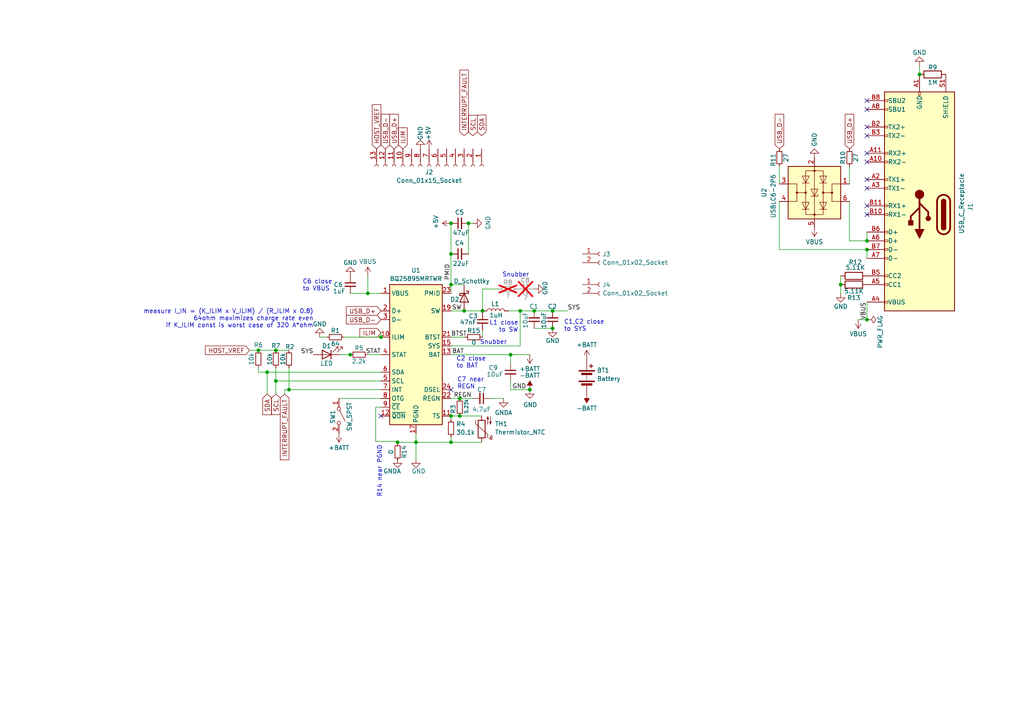
<source format=kicad_sch>
(kicad_sch (version 20230121) (generator eeschema)
  (paper "A4")
  (lib_symbols
    (symbol "Battery_Management:BQ25895RTW"
      (property "Reference" "U" (at -5.08 22.86 0))
      (property "Value" "BQ25895RTW" (at 5.08 22.86 0))
      (symbol "BQ25895RTW_0_1"
        (rectangle (start -7.62 20.32) (end 7.62 -20.32) (stroke (width 0.254)) (fill (type background)))
      )
      (symbol "BQ25895RTW_1_1"
        (pin power_in line (at -10.16 17.78 0) (length 2.54) (name "VBUS") (number "1"))
        (pin passive line (at -10.16 5.08 0) (length 2.54) (name "ILIM") (number "10"))
        (pin passive line (at 10.16 -17.78 180) (length 2.54) (name "TS") (number "11"))
        (pin input line (at -10.16 -17.78 0) (length 2.54) (name "~{QON}") (number "12"))
        (pin passive line (at 10.16 0 180) (length 2.54) (name "BAT") (number "13"))
        (pin passive line (at 10.16 0 180) (length 2.54) hide (name "BAT") (number "14"))
        (pin passive line (at 10.16 2.54 180) (length 2.54) (name "SYS") (number "15"))
        (pin passive line (at 10.16 2.54 180) (length 2.54) hide (name "SYS") (number "16"))
        (pin power_in line (at 0 -22.86 90) (length 2.54) (name "PGND") (number "17"))
        (pin passive line (at 0 -22.86 90) (length 2.54) hide (name "PGND") (number "18"))
        (pin power_out line (at 10.16 12.7 180) (length 2.54) (name "SW") (number "19"))
        (pin bidirectional line (at -10.16 12.7 0) (length 2.54) (name "D+") (number "2"))
        (pin passive line (at 10.16 12.7 180) (length 2.54) hide (name "SW") (number "20"))
        (pin passive line (at 10.16 5.08 180) (length 2.54) (name "BTST") (number "21"))
        (pin passive line (at 10.16 -12.7 180) (length 2.54) (name "REGN") (number "22"))
        (pin power_out line (at 10.16 17.78 180) (length 2.54) (name "PMID") (number "23"))
        (pin open_collector line (at 10.16 -10.16 180) (length 2.54) (name "DSEL") (number "24"))
        (pin passive line (at 0 -22.86 90) (length 2.54) hide (name "PGND") (number "25"))
        (pin bidirectional line (at -10.16 10.16 0) (length 2.54) (name "D-") (number "3"))
        (pin open_collector line (at -10.16 0 0) (length 2.54) (name "STAT") (number "4"))
        (pin input line (at -10.16 -7.62 0) (length 2.54) (name "SCL") (number "5"))
        (pin bidirectional line (at -10.16 -5.08 0) (length 2.54) (name "SDA") (number "6"))
        (pin open_collector line (at -10.16 -10.16 0) (length 2.54) (name "INT") (number "7"))
        (pin input line (at -10.16 -12.7 0) (length 2.54) (name "OTG") (number "8"))
        (pin input line (at -10.16 -15.24 0) (length 2.54) (name "~{CE}") (number "9"))
      )
    )
    (symbol "Connector:Conn_01x02_Socket" (pin_names (offset 1.016) hide)
      (property "Reference" "J" (at 0 2.54 0))
      (property "Value" "Conn_01x02_Socket" (at 0 -5.08 0))
      (symbol "Conn_01x02_Socket_1_1"
        (arc (start 0 -2.032) (mid -0.5058 -2.54) (end 0 -3.048) (stroke (width 0.1524)))
        (polyline (pts (xy -1.27 -2.54) (xy -0.508 -2.54)) (stroke (width 0.1524)))
        (polyline (pts (xy -1.27 0) (xy -0.508 0)) (stroke (width 0.1524)))
        (arc (start 0 0.508) (mid -0.5058 0) (end 0 -0.508) (stroke (width 0.1524)))
        (pin passive line (at -5.08 0 0) (length 3.81) (name "Pin_1") (number "1"))
        (pin passive line (at -5.08 -2.54 0) (length 3.81) (name "Pin_2") (number "2"))
      )
    )
    (symbol "Connector:Conn_01x13_Socket" (pin_names (offset 1.016) hide)
      (property "Reference" "J" (at 0 17.78 0))
      (property "Value" "Conn_01x13_Socket" (at 0 -17.78 0))
      (symbol "Conn_01x13_Socket_1_1"
        (arc (start 0 -14.732) (mid -0.5058 -15.24) (end 0 -15.748) (stroke (width 0.1524)))
        (arc (start 0 -12.192) (mid -0.5058 -12.7) (end 0 -13.208) (stroke (width 0.1524)))
        (arc (start 0 -9.652) (mid -0.5058 -10.16) (end 0 -10.668) (stroke (width 0.1524)))
        (arc (start 0 -7.112) (mid -0.5058 -7.62) (end 0 -8.128) (stroke (width 0.1524)))
        (arc (start 0 -4.572) (mid -0.5058 -5.08) (end 0 -5.588) (stroke (width 0.1524)))
        (arc (start 0 -2.032) (mid -0.5058 -2.54) (end 0 -3.048) (stroke (width 0.1524)))
        (polyline (pts (xy -1.27 -15.24) (xy -0.508 -15.24)) (stroke (width 0.1524)))
        (polyline (pts (xy -1.27 -12.7) (xy -0.508 -12.7)) (stroke (width 0.1524)))
        (polyline (pts (xy -1.27 -10.16) (xy -0.508 -10.16)) (stroke (width 0.1524)))
        (polyline (pts (xy -1.27 -7.62) (xy -0.508 -7.62)) (stroke (width 0.1524)))
        (polyline (pts (xy -1.27 -5.08) (xy -0.508 -5.08)) (stroke (width 0.1524)))
        (polyline (pts (xy -1.27 -2.54) (xy -0.508 -2.54)) (stroke (width 0.1524)))
        (polyline (pts (xy -1.27 0) (xy -0.508 0)) (stroke (width 0.1524)))
        (polyline (pts (xy -1.27 2.54) (xy -0.508 2.54)) (stroke (width 0.1524)))
        (polyline (pts (xy -1.27 5.08) (xy -0.508 5.08)) (stroke (width 0.1524)))
        (polyline (pts (xy -1.27 7.62) (xy -0.508 7.62)) (stroke (width 0.1524)))
        (polyline (pts (xy -1.27 10.16) (xy -0.508 10.16)) (stroke (width 0.1524)))
        (polyline (pts (xy -1.27 12.7) (xy -0.508 12.7)) (stroke (width 0.1524)))
        (polyline (pts (xy -1.27 15.24) (xy -0.508 15.24)) (stroke (width 0.1524)))
        (arc (start 0 0.508) (mid -0.5058 0) (end 0 -0.508) (stroke (width 0.1524)))
        (arc (start 0 3.048) (mid -0.5058 2.54) (end 0 2.032) (stroke (width 0.1524)))
        (arc (start 0 5.588) (mid -0.5058 5.08) (end 0 4.572) (stroke (width 0.1524)))
        (arc (start 0 8.128) (mid -0.5058 7.62) (end 0 7.112) (stroke (width 0.1524)))
        (arc (start 0 10.668) (mid -0.5058 10.16) (end 0 9.652) (stroke (width 0.1524)))
        (arc (start 0 13.208) (mid -0.5058 12.7) (end 0 12.192) (stroke (width 0.1524)))
        (arc (start 0 15.748) (mid -0.5058 15.24) (end 0 14.732) (stroke (width 0.1524)))
        (pin passive line (at -5.08 15.24 0) (length 3.81) (name "Pin_1") (number "1"))
        (pin passive line (at -5.08 -7.62 0) (length 3.81) (name "Pin_10") (number "10"))
        (pin passive line (at -5.08 -10.16 0) (length 3.81) (name "Pin_11") (number "11"))
        (pin passive line (at -5.08 -12.7 0) (length 3.81) (name "Pin_12") (number "12"))
        (pin passive line (at -5.08 -15.24 0) (length 3.81) (name "Pin_13") (number "13"))
        (pin passive line (at -5.08 12.7 0) (length 3.81) (name "Pin_2") (number "2"))
        (pin passive line (at -5.08 10.16 0) (length 3.81) (name "Pin_3") (number "3"))
        (pin passive line (at -5.08 7.62 0) (length 3.81) (name "Pin_4") (number "4"))
        (pin passive line (at -5.08 5.08 0) (length 3.81) (name "Pin_5") (number "5"))
        (pin passive line (at -5.08 2.54 0) (length 3.81) (name "Pin_6") (number "6"))
        (pin passive line (at -5.08 0 0) (length 3.81) (name "Pin_7") (number "7"))
        (pin passive line (at -5.08 -2.54 0) (length 3.81) (name "Pin_8") (number "8"))
        (pin passive line (at -5.08 -5.08 0) (length 3.81) (name "Pin_9") (number "9"))
      )
    )
    (symbol "Connector:USB_C_Receptacle" (pin_names (offset 1.016))
      (property "Reference" "J" (at -10.16 29.21 0))
      (property "Value" "USB_C_Receptacle" (at 10.16 29.21 0))
      (symbol "USB_C_Receptacle_0_0"
        (rectangle (start -0.254 -35.56) (end 0.254 -34.544))
        (rectangle (start 10.16 -32.766) (end 9.144 -33.274))
        (rectangle (start 10.16 -30.226) (end 9.144 -30.734))
        (rectangle (start 10.16 -25.146) (end 9.144 -25.654))
        (rectangle (start 10.16 -22.606) (end 9.144 -23.114))
        (rectangle (start 10.16 -17.526) (end 9.144 -18.034))
        (rectangle (start 10.16 -14.986) (end 9.144 -15.494))
        (rectangle (start 10.16 -9.906) (end 9.144 -10.414))
        (rectangle (start 10.16 -7.366) (end 9.144 -7.874))
        (rectangle (start 10.16 -2.286) (end 9.144 -2.794))
        (rectangle (start 10.16 0.254) (end 9.144 -0.254))
        (rectangle (start 10.16 5.334) (end 9.144 4.826))
        (rectangle (start 10.16 7.874) (end 9.144 7.366))
        (rectangle (start 10.16 10.414) (end 9.144 9.906))
        (rectangle (start 10.16 12.954) (end 9.144 12.446))
        (rectangle (start 10.16 18.034) (end 9.144 17.526))
        (rectangle (start 10.16 20.574) (end 9.144 20.066))
        (rectangle (start 10.16 25.654) (end 9.144 25.146))
      )
      (symbol "USB_C_Receptacle_0_1"
        (rectangle (start -10.16 27.94) (end 10.16 -35.56) (stroke (width 0.254)) (fill (type background)))
        (arc (start -8.89 -3.81) (mid -6.985 -5.7067) (end -5.08 -3.81) (stroke (width 0.508)))
        (arc (start -7.62 -3.81) (mid -6.985 -4.4423) (end -6.35 -3.81) (stroke (width 0.254)))
        (arc (start -7.62 -3.81) (mid -6.985 -4.4423) (end -6.35 -3.81) (stroke (width 0.254)) (fill (type outline)))
        (rectangle (start -7.62 -3.81) (end -6.35 3.81) (stroke (width 0.254)) (fill (type outline)))
        (arc (start -6.35 3.81) (mid -6.985 4.4423) (end -7.62 3.81) (stroke (width 0.254)))
        (arc (start -6.35 3.81) (mid -6.985 4.4423) (end -7.62 3.81) (stroke (width 0.254)) (fill (type outline)))
        (arc (start -5.08 3.81) (mid -6.985 5.7067) (end -8.89 3.81) (stroke (width 0.508)))
        (polyline (pts (xy -8.89 -3.81) (xy -8.89 3.81)) (stroke (width 0.508)))
        (polyline (pts (xy -5.08 3.81) (xy -5.08 -3.81)) (stroke (width 0.508)))
      )
      (symbol "USB_C_Receptacle_1_1"
        (circle (center -2.54 1.143) (radius 0.635) (stroke (width 0.254)) (fill (type outline)))
        (circle (center 0 -5.842) (radius 1.27) (fill (type outline)))
        (polyline (pts (xy 0 -5.842) (xy 0 4.318)) (stroke (width 0.508)))
        (polyline (pts (xy 0 -3.302) (xy -2.54 -0.762) (xy -2.54 0.508)) (stroke (width 0.508)))
        (polyline (pts (xy 0 -2.032) (xy 2.54 0.508) (xy 2.54 1.778)) (stroke (width 0.508)))
        (polyline (pts (xy -1.27 4.318) (xy 0 6.858) (xy 1.27 4.318) (xy -1.27 4.318)) (stroke (width 0.254)) (fill (type outline)))
        (rectangle (start 1.905 1.778) (end 3.175 3.048) (stroke (width 0.254)) (fill (type outline)))
        (pin passive line (at 0 -40.64 90) (length 5.08) (name "GND") (number "A1"))
        (pin bidirectional line (at 15.24 -15.24 180) (length 5.08) (name "RX2-") (number "A10"))
        (pin bidirectional line (at 15.24 -17.78 180) (length 5.08) (name "RX2+") (number "A11"))
        (pin passive line (at 0 -40.64 90) (length 5.08) hide (name "GND") (number "A12"))
        (pin bidirectional line (at 15.24 -10.16 180) (length 5.08) (name "TX1+") (number "A2"))
        (pin bidirectional line (at 15.24 -7.62 180) (length 5.08) (name "TX1-") (number "A3"))
        (pin passive line (at 15.24 25.4 180) (length 5.08) (name "VBUS") (number "A4"))
        (pin bidirectional line (at 15.24 20.32 180) (length 5.08) (name "CC1") (number "A5"))
        (pin bidirectional line (at 15.24 7.62 180) (length 5.08) (name "D+") (number "A6"))
        (pin bidirectional line (at 15.24 12.7 180) (length 5.08) (name "D-") (number "A7"))
        (pin bidirectional line (at 15.24 -30.48 180) (length 5.08) (name "SBU1") (number "A8"))
        (pin passive line (at 15.24 25.4 180) (length 5.08) hide (name "VBUS") (number "A9"))
        (pin passive line (at 0 -40.64 90) (length 5.08) hide (name "GND") (number "B1"))
        (pin bidirectional line (at 15.24 0 180) (length 5.08) (name "RX1-") (number "B10"))
        (pin bidirectional line (at 15.24 -2.54 180) (length 5.08) (name "RX1+") (number "B11"))
        (pin passive line (at 0 -40.64 90) (length 5.08) hide (name "GND") (number "B12"))
        (pin bidirectional line (at 15.24 -25.4 180) (length 5.08) (name "TX2+") (number "B2"))
        (pin bidirectional line (at 15.24 -22.86 180) (length 5.08) (name "TX2-") (number "B3"))
        (pin passive line (at 15.24 25.4 180) (length 5.08) hide (name "VBUS") (number "B4"))
        (pin bidirectional line (at 15.24 17.78 180) (length 5.08) (name "CC2") (number "B5"))
        (pin bidirectional line (at 15.24 5.08 180) (length 5.08) (name "D+") (number "B6"))
        (pin bidirectional line (at 15.24 10.16 180) (length 5.08) (name "D-") (number "B7"))
        (pin bidirectional line (at 15.24 -33.02 180) (length 5.08) (name "SBU2") (number "B8"))
        (pin passive line (at 15.24 25.4 180) (length 5.08) hide (name "VBUS") (number "B9"))
        (pin passive line (at -7.62 -40.64 90) (length 5.08) (name "SHIELD") (number "S1"))
      )
    )
    (symbol "Device:Battery" (pin_numbers hide) (pin_names (offset 0) hide)
      (property "Reference" "BT" (at 2.54 2.54 0))
      (property "Value" "Battery" (at 2.54 0 0))
      (symbol "Battery_0_1"
        (rectangle (start -2.286 -1.27) (end 2.286 -1.524) (fill (type outline)))
        (rectangle (start -2.286 1.778) (end 2.286 1.524) (fill (type outline)))
        (rectangle (start -1.524 -2.032) (end 1.524 -2.54) (fill (type outline)))
        (rectangle (start -1.524 1.016) (end 1.524 0.508) (fill (type outline)))
        (polyline (pts (xy 0 -1.016) (xy 0 -0.762)))
        (polyline (pts (xy 0 -0.508) (xy 0 -0.254)))
        (polyline (pts (xy 0 0) (xy 0 0.254)))
        (polyline (pts (xy 0 1.778) (xy 0 2.54)))
        (polyline (pts (xy 0.762 3.048) (xy 1.778 3.048)) (stroke (width 0.254)))
        (polyline (pts (xy 1.27 3.556) (xy 1.27 2.54)) (stroke (width 0.254)))
      )
      (symbol "Battery_1_1"
        (pin passive line (at 0 5.08 270) (length 2.54) (name "+") (number "1"))
        (pin passive line (at 0 -5.08 90) (length 2.54) (name "-") (number "2"))
      )
    )
    (symbol "Device:C_Small" (pin_numbers hide) (pin_names (offset 0.254) hide)
      (property "Reference" "C" (at 0.254 1.778 0))
      (property "Value" "C_Small" (at 0.254 -2.032 0))
      (symbol "C_Small_0_1"
        (polyline (pts (xy -1.524 -0.508) (xy 1.524 -0.508)) (stroke (width 0.3302)))
        (polyline (pts (xy -1.524 0.508) (xy 1.524 0.508)) (stroke (width 0.3048)))
      )
      (symbol "C_Small_1_1"
        (pin passive line (at 0 2.54 270) (length 2.032) (name "~") (number "1"))
        (pin passive line (at 0 -2.54 90) (length 2.032) (name "~") (number "2"))
      )
    )
    (symbol "Device:D_Schottky" (pin_numbers hide) (pin_names (offset 1.016) hide)
      (property "Reference" "D" (at 0 2.54 0))
      (property "Value" "D_Schottky" (at 0 -2.54 0))
      (symbol "D_Schottky_0_1"
        (polyline (pts (xy 1.27 0) (xy -1.27 0)))
        (polyline (pts (xy 1.27 1.27) (xy 1.27 -1.27) (xy -1.27 0) (xy 1.27 1.27)) (stroke (width 0.254)))
        (polyline (pts (xy -1.905 0.635) (xy -1.905 1.27) (xy -1.27 1.27) (xy -1.27 -1.27) (xy -0.635 -1.27) (xy -0.635 -0.635)) (stroke (width 0.254)))
      )
      (symbol "D_Schottky_1_1"
        (pin passive line (at -3.81 0 0) (length 2.54) (name "K") (number "1"))
        (pin passive line (at 3.81 0 180) (length 2.54) (name "A") (number "2"))
      )
    )
    (symbol "Device:L" (pin_numbers hide) (pin_names (offset 1.016) hide)
      (property "Reference" "L" (at -1.27 0 90))
      (property "Value" "L" (at 1.905 0 90))
      (symbol "L_0_1"
        (arc (start 0 -2.54) (mid 0.6323 -1.905) (end 0 -1.27))
        (arc (start 0 -1.27) (mid 0.6323 -0.635) (end 0 0))
        (arc (start 0 0) (mid 0.6323 0.635) (end 0 1.27))
        (arc (start 0 1.27) (mid 0.6323 1.905) (end 0 2.54))
      )
      (symbol "L_1_1"
        (pin passive line (at 0 3.81 270) (length 1.27) (name "1") (number "1"))
        (pin passive line (at 0 -3.81 90) (length 1.27) (name "2") (number "2"))
      )
    )
    (symbol "Device:LED" (pin_numbers hide) (pin_names (offset 1.016) hide)
      (property "Reference" "D" (at 0 2.54 0))
      (property "Value" "LED" (at 0 -2.54 0))
      (symbol "LED_0_1"
        (polyline (pts (xy -1.27 -1.27) (xy -1.27 1.27)) (stroke (width 0.254)))
        (polyline (pts (xy -1.27 0) (xy 1.27 0)))
        (polyline (pts (xy 1.27 -1.27) (xy 1.27 1.27) (xy -1.27 0) (xy 1.27 -1.27)) (stroke (width 0.254)))
        (polyline (pts (xy -3.048 -0.762) (xy -4.572 -2.286) (xy -3.81 -2.286) (xy -4.572 -2.286) (xy -4.572 -1.524)))
        (polyline (pts (xy -1.778 -0.762) (xy -3.302 -2.286) (xy -2.54 -2.286) (xy -3.302 -2.286) (xy -3.302 -1.524)))
      )
      (symbol "LED_1_1"
        (pin passive line (at -3.81 0 0) (length 2.54) (name "K") (number "1"))
        (pin passive line (at 3.81 0 180) (length 2.54) (name "A") (number "2"))
      )
    )
    (symbol "Device:R" (pin_numbers hide) (pin_names (offset 0))
      (property "Reference" "R" (at 2.032 0 90))
      (property "Value" "R" (at 0 0 90))
      (symbol "R_0_1"
        (rectangle (start -1.016 -2.54) (end 1.016 2.54) (stroke (width 0.254)))
      )
      (symbol "R_1_1"
        (pin passive line (at 0 3.81 270) (length 1.27) (name "~") (number "1"))
        (pin passive line (at 0 -3.81 90) (length 1.27) (name "~") (number "2"))
      )
    )
    (symbol "Device:R_Small" (pin_numbers hide) (pin_names (offset 0.254) hide)
      (property "Reference" "R" (at 0.762 0.508 0))
      (property "Value" "R_Small" (at 0.762 -1.016 0))
      (symbol "R_Small_0_1"
        (rectangle (start -0.762 1.778) (end 0.762 -1.778) (stroke (width 0.2032)))
      )
      (symbol "R_Small_1_1"
        (pin passive line (at 0 2.54 270) (length 0.762) (name "~") (number "1"))
        (pin passive line (at 0 -2.54 90) (length 0.762) (name "~") (number "2"))
      )
    )
    (symbol "Device:Thermistor_NTC" (pin_numbers hide) (pin_names (offset 0))
      (property "Reference" "TH" (at -4.445 0 90))
      (property "Value" "Thermistor_NTC" (at 3.175 0 90))
      (symbol "Thermistor_NTC_0_1"
        (arc (start -3.048 2.159) (mid -3.0495 2.3143) (end -3.175 2.413))
        (arc (start -3.048 2.159) (mid -2.9736 1.9794) (end -2.794 1.905))
        (arc (start -3.048 2.794) (mid -2.9736 2.6144) (end -2.794 2.54))
        (arc (start -2.794 1.905) (mid -2.6144 1.9794) (end -2.54 2.159))
        (arc (start -2.794 2.54) (mid -2.4393 2.5587) (end -2.159 2.794))
        (arc (start -2.794 3.048) (mid -2.9736 2.9736) (end -3.048 2.794))
        (arc (start -2.54 2.794) (mid -2.6144 2.9736) (end -2.794 3.048))
        (rectangle (start -1.016 2.54) (end 1.016 -2.54) (stroke (width 0.254)))
        (polyline (pts (xy -2.54 2.159) (xy -2.54 2.794)))
        (polyline (pts (xy -1.778 2.54) (xy -1.778 1.524) (xy 1.778 -1.524) (xy 1.778 -2.54)))
        (polyline (pts (xy -2.54 -3.683) (xy -2.54 -1.397) (xy -2.794 -2.159) (xy -2.286 -2.159) (xy -2.54 -1.397) (xy -2.54 -1.651)) (fill (type outline)))
        (polyline (pts (xy -1.778 -1.397) (xy -1.778 -3.683) (xy -2.032 -2.921) (xy -1.524 -2.921) (xy -1.778 -3.683) (xy -1.778 -3.429)) (fill (type outline)))
      )
      (symbol "Thermistor_NTC_1_1"
        (pin passive line (at 0 3.81 270) (length 1.27) (name "~") (number "1"))
        (pin passive line (at 0 -3.81 90) (length 1.27) (name "~") (number "2"))
      )
    )
    (symbol "Power_Protection:USBLC6-2P6" (pin_names hide)
      (property "Reference" "U" (at 2.54 8.89 0))
      (property "Value" "USBLC6-2P6" (at 2.54 -8.89 0))
      (symbol "USBLC6-2P6_0_1"
        (rectangle (start -7.62 -7.62) (end 7.62 7.62) (stroke (width 0.254)) (fill (type background)))
        (circle (center -5.08 0) (radius 0.254) (fill (type outline)))
        (circle (center -2.54 0) (radius 0.254) (fill (type outline)))
        (rectangle (start -2.54 6.35) (end 2.54 -6.35))
        (circle (center 0 -6.35) (radius 0.254) (fill (type outline)))
        (polyline (pts (xy -5.08 -2.54) (xy -7.62 -2.54)))
        (polyline (pts (xy -5.08 0) (xy -5.08 -2.54)))
        (polyline (pts (xy -5.08 2.54) (xy -7.62 2.54)))
        (polyline (pts (xy -1.524 -2.794) (xy -3.556 -2.794)))
        (polyline (pts (xy -1.524 4.826) (xy -3.556 4.826)))
        (polyline (pts (xy 0 -7.62) (xy 0 -6.35)))
        (polyline (pts (xy 0 -6.35) (xy 0 1.27)))
        (polyline (pts (xy 0 1.27) (xy 0 6.35)))
        (polyline (pts (xy 0 6.35) (xy 0 7.62)))
        (polyline (pts (xy 1.524 -2.794) (xy 3.556 -2.794)))
        (polyline (pts (xy 1.524 4.826) (xy 3.556 4.826)))
        (polyline (pts (xy 5.08 -2.54) (xy 7.62 -2.54)))
        (polyline (pts (xy 5.08 0) (xy 5.08 -2.54)))
        (polyline (pts (xy 5.08 2.54) (xy 7.62 2.54)))
        (polyline (pts (xy -2.54 0) (xy -5.08 0) (xy -5.08 2.54)))
        (polyline (pts (xy 2.54 0) (xy 5.08 0) (xy 5.08 2.54)))
        (polyline (pts (xy -3.556 -4.826) (xy -1.524 -4.826) (xy -2.54 -2.794) (xy -3.556 -4.826)))
        (polyline (pts (xy -3.556 2.794) (xy -1.524 2.794) (xy -2.54 4.826) (xy -3.556 2.794)))
        (polyline (pts (xy -1.016 -1.016) (xy 1.016 -1.016) (xy 0 1.016) (xy -1.016 -1.016)))
        (polyline (pts (xy 1.016 1.016) (xy 0.762 1.016) (xy -1.016 1.016) (xy -1.016 0.508)))
        (polyline (pts (xy 3.556 -4.826) (xy 1.524 -4.826) (xy 2.54 -2.794) (xy 3.556 -4.826)))
        (polyline (pts (xy 3.556 2.794) (xy 1.524 2.794) (xy 2.54 4.826) (xy 3.556 2.794)))
        (circle (center 0 6.35) (radius 0.254) (fill (type outline)))
        (circle (center 2.54 0) (radius 0.254) (fill (type outline)))
        (circle (center 5.08 0) (radius 0.254) (fill (type outline)))
      )
      (symbol "USBLC6-2P6_1_1"
        (pin passive line (at -10.16 -2.54 0) (length 2.54) (name "I/O1") (number "1"))
        (pin passive line (at 0 -10.16 90) (length 2.54) (name "GND") (number "2"))
        (pin passive line (at 10.16 -2.54 180) (length 2.54) (name "I/O2") (number "3"))
        (pin passive line (at 10.16 2.54 180) (length 2.54) (name "I/O2") (number "4"))
        (pin passive line (at 0 10.16 270) (length 2.54) (name "VBUS") (number "5"))
        (pin passive line (at -10.16 2.54 0) (length 2.54) (name "I/O1") (number "6"))
      )
    )
    (symbol "Switch:SW_SPST" (pin_names (offset 0) hide)
      (property "Reference" "SW" (at 0 3.175 0))
      (property "Value" "SW_SPST" (at 0 -2.54 0))
      (symbol "SW_SPST_0_0"
        (circle (center -2.032 0) (radius 0.508))
        (polyline (pts (xy -1.524 0.254) (xy 1.524 1.778)))
        (circle (center 2.032 0) (radius 0.508))
      )
      (symbol "SW_SPST_1_1"
        (pin passive line (at -5.08 0 0) (length 2.54) (name "A") (number "1"))
        (pin passive line (at 5.08 0 180) (length 2.54) (name "B") (number "2"))
      )
    )
    (symbol "power:+5V" (power) (pin_names (offset 0))
      (property "Value" "+5V" (at 0 3.556 0))
      (symbol "+5V_0_1"
        (polyline (pts (xy -0.762 1.27) (xy 0 2.54)))
        (polyline (pts (xy 0 0) (xy 0 2.54)))
        (polyline (pts (xy 0 2.54) (xy 0.762 1.27)))
      )
      (symbol "+5V_1_1"
        (pin power_in line (at 0 0 90) (length 0) hide (name "+5V") (number "1"))
      )
    )
    (symbol "power:+BATT" (power) (pin_names (offset 0))
      (property "Value" "+BATT" (at 0 3.556 0))
      (symbol "+BATT_0_1"
        (polyline (pts (xy -0.762 1.27) (xy 0 2.54)))
        (polyline (pts (xy 0 0) (xy 0 2.54)))
        (polyline (pts (xy 0 2.54) (xy 0.762 1.27)))
      )
      (symbol "+BATT_1_1"
        (pin power_in line (at 0 0 90) (length 0) hide (name "+BATT") (number "1"))
      )
    )
    (symbol "power:-BATT" (power) (pin_names (offset 0))
      (property "Value" "-BATT" (at 0 3.556 0))
      (symbol "-BATT_0_1"
        (polyline (pts (xy 0 0) (xy 0 2.54)))
        (polyline (pts (xy 0.762 1.27) (xy -0.762 1.27) (xy 0 2.54) (xy 0.762 1.27)) (fill (type outline)))
      )
      (symbol "-BATT_1_1"
        (pin power_in line (at 0 0 90) (length 0) hide (name "-BATT") (number "1"))
      )
    )
    (symbol "power:GND" (power) (pin_names (offset 0))
      (property "Value" "GND" (at 0 -3.81 0))
      (symbol "GND_0_1"
        (polyline (pts (xy 0 0) (xy 0 -1.27) (xy 1.27 -1.27) (xy 0 -2.54) (xy -1.27 -1.27) (xy 0 -1.27)))
      )
      (symbol "GND_1_1"
        (pin power_in line (at 0 0 270) (length 0) hide (name "GND") (number "1"))
      )
    )
    (symbol "power:GNDA" (power) (pin_names (offset 0))
      (property "Value" "GNDA" (at 0 -3.81 0))
      (symbol "GNDA_0_1"
        (polyline (pts (xy 0 0) (xy 0 -1.27) (xy 1.27 -1.27) (xy 0 -2.54) (xy -1.27 -1.27) (xy 0 -1.27)))
      )
      (symbol "GNDA_1_1"
        (pin power_in line (at 0 0 270) (length 0) hide (name "GNDA") (number "1"))
      )
    )
    (symbol "power:PWR_FLAG" (power) (pin_numbers hide) (pin_names (offset 0) hide)
      (property "Value" "PWR_FLAG" (at 0 3.81 0))
      (symbol "PWR_FLAG_0_0"
        (pin power_out line (at 0 0 90) (length 0) (name "pwr") (number "1"))
      )
      (symbol "PWR_FLAG_0_1"
        (polyline (pts (xy 0 0) (xy 0 1.27) (xy -1.016 1.905) (xy 0 2.54) (xy 1.016 1.905) (xy 0 1.27)))
      )
    )
    (symbol "power:VBUS" (power) (pin_names (offset 0))
      (property "Value" "VBUS" (at 0 3.81 0))
      (symbol "VBUS_0_1"
        (polyline (pts (xy -0.762 1.27) (xy 0 2.54)))
        (polyline (pts (xy 0 0) (xy 0 2.54)))
        (polyline (pts (xy 0 2.54) (xy 0.762 1.27)))
      )
      (symbol "VBUS_1_1"
        (pin power_in line (at 0 0 90) (length 0) hide (name "VBUS") (number "1"))
      )
    )
  )
  (junction (at 160.274 95.25))
  (junction (at 148.082 102.87))
  (junction (at 150.876 90.17))
  (junction (at 83.82 113.03))
  (junction (at 154.94 90.17))
  (junction (at 74.93 101.6))
  (junction (at 139.954 90.17))
  (junction (at 106.68 85.09))
  (junction (at 110.49 97.79))
  (junction (at 130.81 120.65))
  (junction (at 153.67 113.03))
  (junction (at 243.84 82.55))
  (junction (at 115.316 128.27))
  (junction (at 80.01 110.49))
  (junction (at 77.47 107.95))
  (junction (at 251.46 92.71))
  (junction (at 133.35 115.57))
  (junction (at 130.81 82.55))
  (junction (at 251.46 72.39))
  (junction (at 130.81 73.66))
  (junction (at 130.81 64.77))
  (junction (at 130.81 128.27))
  (junction (at 251.46 69.85))
  (junction (at 134.62 90.17))
  (junction (at 135.89 64.77))
  (junction (at 101.6 102.87))
  (junction (at 80.01 101.6))
  (junction (at 120.65 128.27))
  (junction (at 266.7 21.59))
  (junction (at 133.35 120.65))
  (junction (at 160.274 90.17))
  (no_connect (at 251.46 44.45))
  (no_connect (at 251.46 62.23))
  (no_connect (at 110.49 120.65))
  (no_connect (at 251.46 52.07))
  (no_connect (at 251.46 36.83))
  (no_connect (at 251.46 54.61))
  (no_connect (at 130.81 113.03))
  (no_connect (at 251.46 29.21))
  (no_connect (at 251.46 39.37))
  (no_connect (at 251.46 46.99))
  (no_connect (at 251.46 31.75))
  (no_connect (at 251.46 59.69))
  (wire (pts (xy 106.68 102.87) (xy 110.49 102.87)))
  (wire (pts (xy 115.316 128.27) (xy 115.316 128.016)))
  (wire (pts (xy 80.01 106.68) (xy 80.01 110.49)))
  (wire (pts (xy 83.82 106.68) (xy 83.82 113.03)))
  (wire (pts (xy 134.62 90.17) (xy 139.954 90.17)))
  (wire (pts (xy 243.84 80.01) (xy 243.84 82.55)))
  (wire (pts (xy 130.81 82.55) (xy 130.81 85.09)))
  (wire (pts (xy 130.81 115.57) (xy 133.35 115.57)))
  (wire (pts (xy 148.082 102.87) (xy 148.082 105.41)))
  (wire (pts (xy 147.574 90.17) (xy 150.876 90.17)))
  (wire (pts (xy 108.966 128.016) (xy 115.316 128.016)))
  (wire (pts (xy 80.01 101.6) (xy 83.82 101.6)))
  (wire (pts (xy 150.876 90.17) (xy 154.94 90.17)))
  (wire (pts (xy 130.81 120.65) (xy 130.81 121.666)))
  (wire (pts (xy 251.46 92.71) (xy 248.92 92.71)))
  (wire (pts (xy 101.6 85.09) (xy 106.68 85.09)))
  (wire (pts (xy 139.954 95.758) (xy 139.954 97.79)))
  (wire (pts (xy 226.06 72.39) (xy 251.46 72.39)))
  (wire (pts (xy 115.316 133.604) (xy 115.316 133.096)))
  (wire (pts (xy 226.06 48.26) (xy 226.06 53.34)))
  (wire (pts (xy 106.68 85.09) (xy 110.49 85.09)))
  (wire (pts (xy 246.38 48.26) (xy 246.38 53.34)))
  (wire (pts (xy 160.274 90.17) (xy 164.592 90.17)))
  (wire (pts (xy 74.93 106.68) (xy 74.93 107.95)))
  (wire (pts (xy 251.46 67.31) (xy 251.46 69.85)))
  (wire (pts (xy 130.81 97.79) (xy 134.874 97.79)))
  (wire (pts (xy 130.81 90.17) (xy 134.62 90.17)))
  (wire (pts (xy 133.35 120.65) (xy 139.7 120.65)))
  (wire (pts (xy 135.89 64.77) (xy 137.16 64.77)))
  (wire (pts (xy 130.81 102.87) (xy 148.082 102.87)))
  (wire (pts (xy 130.81 128.27) (xy 139.7 128.27)))
  (wire (pts (xy 92.71 97.79) (xy 94.742 97.79)))
  (wire (pts (xy 130.81 82.55) (xy 134.62 82.55)))
  (wire (pts (xy 243.84 85.09) (xy 243.84 82.55)))
  (wire (pts (xy 99.822 97.79) (xy 110.49 97.79)))
  (wire (pts (xy 142.24 115.57) (xy 146.05 115.57)))
  (wire (pts (xy 72.39 101.6) (xy 74.93 101.6)))
  (wire (pts (xy 108.966 118.11) (xy 110.49 118.11)))
  (wire (pts (xy 74.93 107.95) (xy 77.47 107.95)))
  (wire (pts (xy 266.7 19.05) (xy 266.7 21.59)))
  (wire (pts (xy 98.298 115.57) (xy 110.49 115.57)))
  (wire (pts (xy 226.06 58.42) (xy 226.06 72.39)))
  (wire (pts (xy 120.65 128.27) (xy 130.81 128.27)))
  (wire (pts (xy 251.46 72.39) (xy 251.46 74.93)))
  (wire (pts (xy 83.82 113.03) (xy 110.49 113.03)))
  (wire (pts (xy 246.38 58.42) (xy 246.38 69.85)))
  (wire (pts (xy 130.81 100.33) (xy 150.876 100.33)))
  (wire (pts (xy 148.082 113.03) (xy 153.67 113.03)))
  (wire (pts (xy 251.46 87.63) (xy 251.46 92.71)))
  (wire (pts (xy 115.316 128.27) (xy 115.316 128.524)))
  (wire (pts (xy 130.81 73.66) (xy 130.81 82.55)))
  (wire (pts (xy 80.01 110.49) (xy 80.01 114.3)))
  (wire (pts (xy 246.38 69.85) (xy 251.46 69.85)))
  (wire (pts (xy 148.082 110.49) (xy 148.082 113.03)))
  (wire (pts (xy 108.966 118.11) (xy 108.966 128.016)))
  (wire (pts (xy 130.81 120.65) (xy 133.35 120.65)))
  (wire (pts (xy 98.552 102.87) (xy 101.6 102.87)))
  (wire (pts (xy 80.01 110.49) (xy 110.49 110.49)))
  (wire (pts (xy 154.94 95.25) (xy 160.274 95.25)))
  (wire (pts (xy 106.68 80.01) (xy 106.68 85.09)))
  (wire (pts (xy 83.82 113.03) (xy 82.55 113.03)))
  (wire (pts (xy 110.49 107.95) (xy 77.47 107.95)))
  (wire (pts (xy 101.6 102.87) (xy 101.854 102.87)))
  (wire (pts (xy 120.65 128.27) (xy 120.65 133.096)))
  (wire (pts (xy 82.55 113.03) (xy 82.55 114.3)))
  (wire (pts (xy 130.81 126.746) (xy 130.81 128.27)))
  (wire (pts (xy 133.35 115.57) (xy 137.16 115.57)))
  (wire (pts (xy 130.81 64.77) (xy 130.81 73.66)))
  (wire (pts (xy 139.954 83.82) (xy 144.78 83.82)))
  (wire (pts (xy 148.082 102.87) (xy 153.67 102.87)))
  (wire (pts (xy 110.49 96.52) (xy 110.49 97.79)))
  (wire (pts (xy 135.89 64.77) (xy 135.89 73.66)))
  (wire (pts (xy 74.93 101.6) (xy 80.01 101.6)))
  (wire (pts (xy 115.316 128.27) (xy 120.65 128.27)))
  (wire (pts (xy 77.47 107.95) (xy 77.47 114.3)))
  (wire (pts (xy 150.876 90.17) (xy 150.876 100.33)))
  (wire (pts (xy 139.954 83.82) (xy 139.954 90.17)))
  (wire (pts (xy 154.94 90.17) (xy 160.274 90.17)))
  (wire (pts (xy 120.65 128.27) (xy 120.65 125.73)))
  (wire (pts (xy 139.954 90.678) (xy 139.954 90.17)))
  (text "C2 close\nto BAT" (at 132.334 106.934 0) (effects (font (size 1.27 1.27)) (justify left bottom)))
  (text "Snubber" (at 145.669 80.518 0) (effects (font (size 1.27 1.27)) (justify left bottom)))
  (text "C7 near\nREGN" (at 132.588 112.9792 0) (effects (font (size 1.27 1.27)) (justify left bottom)))
  (text "C6 close\nto VBUS" (at 87.757 84.582 0) (effects (font (size 1.27 1.27)) (justify left bottom)))
  (text "measure I_IN = (K_ILIM x V_ILIM) / (R_ILIM x 0.8)\n64ohm maximizes charge rate even\nif K_ILIM const is worst case of 320 A*ohm" (at 90.932 95.25 0) (effects (font (size 1.27 1.27)) (justify right bottom)))
  (text "R14 near PGND" (at 110.871 129.159 90) (effects (font (size 1.27 1.27)) (justify right bottom)))
  (text "Snubber" (at 139.192 100.076 0) (effects (font (size 1.27 1.27)) (justify left bottom)))
  (text "L1 close\nto SW" (at 150.368 96.52 0) (effects (font (size 1.27 1.27)) (justify right bottom)))
  (text "C1,C2 close\nto SYS" (at 163.576 96.266 0) (effects (font (size 1.27 1.27)) (justify left bottom)))
  (label "BTST" (at 130.81 97.79 0))
  (label "SYS" (at 164.592 90.17 0))
  (label "STAT" (at 110.49 102.87 180))
  (label "REGN" (at 131.572 115.57 0))
  (label "VBUS" (at 251.46 92.71 90))
  (label "PMID" (at 130.81 81.28 90))
  (label "SYS" (at 90.932 102.87 180))
  (label "BAT" (at 131.064 102.87 0))
  (label "GND" (at 148.59 113.03 0))
  (label "SW" (at 131.064 90.17 0))
  (global_label "SDA" (shape input) (at 77.47 114.3 270) (property "Intersheetrefs" "${INTERSHEET_REFS}" (effects hide)))
  (global_label "ILIM" (shape input) (at 116.84 43.18 90) (property "Intersheetrefs" "${INTERSHEET_REFS}" (effects hide)))
  (global_label "USB_D-" (shape input) (at 111.76 43.18 90) (property "Intersheetrefs" "${INTERSHEET_REFS}" (effects hide)))
  (global_label "USB_D-" (shape input) (at 110.49 92.71 180) (property "Intersheetrefs" "${INTERSHEET_REFS}" (effects hide)))
  (global_label "HOST_VREF" (shape input) (at 109.22 43.18 90) (property "Intersheetrefs" "${INTERSHEET_REFS}" (effects hide)))
  (global_label "SDA" (shape input) (at 139.7 39.37 90) (property "Intersheetrefs" "${INTERSHEET_REFS}" (effects hide)))
  (global_label "USB_D-" (shape input) (at 226.06 43.18 90) (property "Intersheetrefs" "${INTERSHEET_REFS}" (effects hide)))
  (global_label "HOST_VREF" (shape input) (at 72.39 101.6 180) (property "Intersheetrefs" "${INTERSHEET_REFS}" (effects hide)))
  (global_label "SCL" (shape input) (at 137.16 39.37 90) (property "Intersheetrefs" "${INTERSHEET_REFS}" (effects hide)))
  (global_label "INTERRUPT_FAULT" (shape input) (at 134.62 39.37 90) (property "Intersheetrefs" "${INTERSHEET_REFS}" (effects hide)))
  (global_label "USB_D+" (shape input) (at 246.38 43.18 90) (property "Intersheetrefs" "${INTERSHEET_REFS}" (effects hide)))
  (global_label "INTERRUPT_FAULT" (shape input) (at 82.55 114.3 270) (property "Intersheetrefs" "${INTERSHEET_REFS}" (effects hide)))
  (global_label "ILIM" (shape input) (at 110.49 96.52 180) (property "Intersheetrefs" "${INTERSHEET_REFS}" (effects hide)))
  (global_label "SCL" (shape input) (at 80.01 114.3 270) (property "Intersheetrefs" "${INTERSHEET_REFS}" (effects hide)))
  (global_label "USB_D+" (shape input) (at 114.3 43.18 90) (property "Intersheetrefs" "${INTERSHEET_REFS}" (effects hide)))
  (global_label "USB_D+" (shape input) (at 110.49 90.17 180) (property "Intersheetrefs" "${INTERSHEET_REFS}" (effects hide)))
  (symbol (lib_id "Device:Battery") (at 170.18 109.22 0) (unit 1) (in_bom no) (on_board no)
    (property "Reference" "BT1" (at 173.101 107.4364 0) (effects (justify left)))
    (property "Value" "Battery" (at 173.101 109.8606 0) (effects (justify left)))
  )
  (symbol (lib_id "power:GND") (at 243.84 85.09 0) (unit 1)
    (property "Reference" "#PWR021" (effects hide))
    (property "Value" "GND" (at 243.84 88.9 0))
  )
  (symbol (lib_id "Device:R_Small") (at 133.35 118.11 0) (unit 1)
    (property "Reference" "R3" (at 131.445 120.015 90) (effects (justify left)))
    (property "Value" "5.23k" (at 135.255 120.015 90) (effects (font (size 1 1)) (justify left)))
    (property "Footprint" "Resistor_SMD:R_0402_1005Metric" (effects hide))
  )
  (symbol (lib_id "power:+BATT") (at 98.298 125.73 180) (unit 1)
    (property "Reference" "#PWR025" (effects hide))
    (property "Value" "+BATT" (at 98.298 129.8631 0))
  )
  (symbol (lib_id "Connector:USB_C_Receptacle") (at 266.7 62.23 180) (unit 1)
    (property "Reference" "J1" (at 281.432 61.214 90) (effects (justify right)))
    (property "Value" "USB_C_Receptacle" (at 278.892 67.818 90) (effects (justify right)))
    (property "Footprint" "Connector_USB:USB_C_Receptacle_XKB_U262-16XN-4BVC11" (effects hide))
    (property "Datasheet" "https://www.usb.org/sites/default/files/documents/usb_type-c.zip" (effects hide))
  )
  (symbol (lib_id "power:GND") (at 101.6 80.01 180) (unit 1)
    (property "Reference" "#PWR03" (effects hide))
    (property "Value" "GND" (at 101.6 76.2 0))
  )
  (symbol (lib_id "power:PWR_FLAG") (at 251.46 92.71 270) (unit 1)
    (property "Reference" "#FLG01" (effects hide))
    (property "Value" "PWR_FLAG" (at 255.27 91.44 0) (effects (justify left)))
  )
  (symbol (lib_id "power:+5V") (at 130.81 64.77 90) (unit 1)
    (property "Reference" "#PWR01" (effects hide))
    (property "Value" "+5V" (at 126.4158 64.389 0))
  )
  (symbol (lib_id "Connector:Conn_01x02_Socket") (at 173.99 82.55 0) (unit 1)
    (property "Reference" "J4" (at 174.7012 82.6079 0) (effects (justify left)))
    (property "Value" "Conn_01x02_Socket" (at 174.7012 85.0321 0) (effects (justify left)))
    (property "Footprint" "Connector_JST:JST_PH_B2B-PH-K_1x02_P2.00mm_Vertical" (effects hide))
  )
  (symbol (lib_id "power:GND") (at 153.67 113.03 0) (unit 1)
    (property "Reference" "#PWR06" (effects hide))
    (property "Value" "GND" (at 153.797 117.4242 0))
  )
  (symbol (lib_id "power:GND") (at 160.274 95.25 0) (unit 1)
    (property "Reference" "#PWR010" (effects hide))
    (property "Value" "GND" (at 160.274 98.806 0))
  )
  (symbol (lib_id "power:GND") (at 92.71 97.79 180) (unit 1)
    (property "Reference" "#PWR05" (effects hide))
    (property "Value" "GND" (at 92.71 93.98 0))
  )
  (symbol (lib_id "Device:C_Small") (at 152.4 83.82 90) (unit 1) (in_bom no) (dnp yes)
    (property "Reference" "C8" (at 153.67 81.28 90) (effects (justify left)))
    (property "Value" "?" (at 153.162 86.36 90) (effects (justify left)))
    (property "Footprint" "Capacitor_SMD:C_0603_1608Metric" (effects hide))
  )
  (symbol (lib_id "Device:R_Small") (at 74.93 104.14 180) (unit 1)
    (property "Reference" "R6" (at 74.93 100.076 0))
    (property "Value" "10k" (at 72.898 104.14 90))
    (property "Footprint" "Resistor_SMD:R_0402_1005Metric" (effects hide))
  )
  (symbol (lib_id "Power_Protection:USBLC6-2P6") (at 236.22 55.88 180) (unit 1)
    (property "Reference" "U2" (at 221.615 55.88 90))
    (property "Value" "USBLC6-2P6" (at 224.282 56.896 90))
    (property "Footprint" "Package_TO_SOT_SMD:SOT-666" (effects hide))
    (property "Datasheet" "https://www.st.com/resource/en/datasheet/usblc6-2.pdf" (effects hide))
  )
  (symbol (lib_id "Device:C_Small") (at 133.35 64.77 90) (unit 1)
    (property "Reference" "C5" (at 134.62 61.595 90) (effects (justify left)))
    (property "Value" "47uF" (at 136.144 67.564 90) (effects (justify left)))
    (property "Footprint" "Capacitor_SMD:C_1210_3225Metric" (effects hide))
    (property "Designation" "1210X476K160NT" (effects hide))
    (property "LCSC" "C5439216" (effects hide))
  )
  (symbol (lib_id "Device:R_Small") (at 226.06 45.72 180) (unit 1)
    (property "Reference" "R11" (at 224.282 44.45 90) (effects (justify left)))
    (property "Value" "27" (at 227.965 44.45 90) (effects (justify left)))
    (property "Footprint" "Resistor_SMD:R_0402_1005Metric" (effects hide))
  )
  (symbol (lib_id "power:GND") (at 236.22 45.72 180) (unit 1)
    (property "Reference" "#PWR019" (effects hide))
    (property "Value" "GND" (at 236.22 42.545 90) (effects (justify right)))
  )
  (symbol (lib_id "Device:R_Small") (at 115.316 131.064 0) (unit 1)
    (property "Reference" "R14" (at 117.221 131.064 90))
    (property "Value" "0" (at 113.411 131.064 90))
    (property "Footprint" "Resistor_SMD:R_0402_1005Metric" (effects hide))
  )
  (symbol (lib_id "power:+BATT") (at 170.18 104.14 0) (unit 1)
    (property "Reference" "#PWR016" (effects hide))
    (property "Value" "+BATT" (at 170.18 100.0069 0))
  )
  (symbol (lib_id "Device:C_Small") (at 160.274 92.71 180) (unit 1)
    (property "Reference" "C2" (at 161.544 88.9 0) (effects (justify left)))
    (property "Value" "10uF" (at 157.734 90.424 90) (effects (justify left)))
    (property "Footprint" "Capacitor_SMD:C_0805_2012Metric" (effects hide))
    (property "Designation" "0805X106K100NT" (effects hide))
    (property "LCSC" "C90543" (effects hide))
  )
  (symbol (lib_id "power:VBUS") (at 248.92 92.71 180) (unit 1)
    (property "Reference" "#PWR022" (effects hide))
    (property "Value" "VBUS" (at 248.92 96.8431 0))
  )
  (symbol (lib_id "Device:R_Small") (at 147.32 83.82 90) (unit 1) (in_bom no) (dnp yes)
    (property "Reference" "R8" (at 147.32 81.915 90))
    (property "Value" "?" (at 147.32 85.725 90))
    (property "Footprint" "Resistor_SMD:R_0603_1608Metric" (effects hide))
  )
  (symbol (lib_id "Device:R") (at 270.51 21.59 90) (unit 1)
    (property "Reference" "R9" (at 270.51 19.558 90))
    (property "Value" "1M" (at 270.51 23.876 90))
    (property "Footprint" "Resistor_SMD:R_0402_1005Metric" (effects hide))
  )
  (symbol (lib_id "Device:R") (at 247.65 80.01 270) (unit 1)
    (property "Reference" "R12" (at 246.126 76.073 90) (effects (justify left)))
    (property "Value" "5.11K" (at 245.237 77.597 90) (effects (justify left)))
    (property "Footprint" "Resistor_SMD:R_0402_1005Metric" (effects hide))
  )
  (symbol (lib_id "Battery_Management:BQ25895RTW") (at 120.65 102.87 0) (unit 1)
    (property "Reference" "U1" (at 120.65 78.4057 0))
    (property "Value" "BQ25895MRTWR" (at 120.65 80.8299 0))
    (property "Footprint" "Package_DFN_QFN:WQFN-24-1EP_4x4mm_P0.5mm_EP2.45x2.45mm_ThermalVias" (effects hide))
    (property "Datasheet" "http://www.ti.com/lit/ds/symlink/bq25895.pdf" (effects hide))
    (property "LCSC" "C485917" (effects hide))
  )
  (symbol (lib_id "Device:C_Small") (at 154.94 92.71 180) (unit 1)
    (property "Reference" "C1" (at 156.21 88.9 0) (effects (justify left)))
    (property "Value" "10uF" (at 152.4 90.424 90) (effects (justify left)))
    (property "Footprint" "Capacitor_SMD:C_0805_2012Metric" (effects hide))
    (property "Designation" "0805X106K100NT" (effects hide))
    (property "LCSC" "C90543" (effects hide))
  )
  (symbol (lib_id "Switch:SW_SPST") (at 98.298 120.65 270) (unit 1)
    (property "Reference" "SW1" (at 96.52 118.872 0) (effects (justify left)))
    (property "Value" "SW_SPST" (at 101.346 116.586 0) (effects (justify left)))
  )
  (symbol (lib_id "Device:C_Small") (at 148.082 107.95 0) (unit 1)
    (property "Reference" "C9" (at 141.732 106.68 0) (effects (justify left)))
    (property "Value" "10uF" (at 141.097 108.585 0) (effects (justify left)))
    (property "Footprint" "Capacitor_SMD:C_0805_2012Metric" (effects hide))
    (property "Designation" "0805X106K160NT" (effects hide))
    (property "LCSC" "C89189" (effects hide))
  )
  (symbol (lib_id "power:GND") (at 120.65 133.096 0) (unit 1)
    (property "Reference" "#PWR07" (effects hide))
    (property "Value" "GND" (at 121.412 136.652 0))
  )
  (symbol (lib_id "Device:C_Small") (at 139.954 93.218 0) (unit 1)
    (property "Reference" "C3" (at 135.89 91.694 0) (effects (justify left)))
    (property "Value" "47nF" (at 133.35 93.472 0) (effects (justify left)))
    (property "Footprint" "Capacitor_SMD:C_0402_1005Metric" (effects hide))
    (property "Designation" "0402X473K100CT" (effects hide))
    (property "LCSC" "C458872" (effects hide))
  )
  (symbol (lib_id "Connector:Conn_01x13_Socket") (at 124.46 48.26 270) (unit 1)
    (property "Reference" "J2" (at 124.46 49.9293 90))
    (property "Value" "Conn_01x15_Socket" (at 124.46 52.3535 90))
    (property "Footprint" "lipo_parallel:rpmotion_castellated" (effects hide))
  )
  (symbol (lib_id "power:GND") (at 137.16 64.77 90) (unit 1)
    (property "Reference" "#PWR02" (effects hide))
    (property "Value" "GND" (at 141.5542 64.643 0))
  )
  (symbol (lib_id "Device:R_Small") (at 80.01 104.14 180) (unit 1)
    (property "Reference" "R7" (at 80.01 100.33 0))
    (property "Value" "10k" (at 78.232 104.14 90))
    (property "Footprint" "Resistor_SMD:R_0402_1005Metric" (effects hide))
  )
  (symbol (lib_id "power:GNDA") (at 146.05 115.57 0) (unit 1)
    (property "Reference" "#PWR012" (effects hide))
    (property "Value" "GNDA" (at 146.05 119.7031 0))
  )
  (symbol (lib_id "power:+5V") (at 124.46 43.18 0) (unit 1)
    (property "Reference" "#PWR04" (effects hide))
    (property "Value" "+5V" (at 124.206 38.608 90))
  )
  (symbol (lib_id "Connector:Conn_01x02_Socket") (at 173.99 73.66 0) (unit 1)
    (property "Reference" "J3" (at 174.7012 73.7179 0) (effects (justify left)))
    (property "Value" "Conn_01x02_Socket" (at 174.7012 76.1421 0) (effects (justify left)))
    (property "Footprint" "Connector_JST:JST_PH_B2B-PH-K_1x02_P2.00mm_Vertical" (effects hide))
  )
  (symbol (lib_id "Device:R_Small") (at 97.282 97.79 90) (unit 1)
    (property "Reference" "R1" (at 97.282 95.885 90))
    (property "Value" "64" (at 97.282 99.695 90))
    (property "Footprint" "Resistor_SMD:R_0402_1005Metric" (effects hide))
  )
  (symbol (lib_id "Device:C_Small") (at 139.7 115.57 270) (unit 1)
    (property "Reference" "C7" (at 139.7 113.03 90))
    (property "Value" "4.7uF" (at 139.7 118.745 90))
    (property "Footprint" "Capacitor_SMD:C_0402_1005Metric" (effects hide))
    (property "Designation" "0402X475K100NT" (effects hide))
    (property "LCSC" "C191541" (effects hide))
  )
  (symbol (lib_id "power:GND") (at 121.92 43.18 180) (unit 1)
    (property "Reference" "#PWR09" (effects hide))
    (property "Value" "GND" (at 121.92 38.608 90))
  )
  (symbol (lib_id "Device:Thermistor_NTC") (at 139.7 124.46 180) (unit 1)
    (property "Reference" "TH1" (at 143.51 122.9304 0) (effects (justify right)))
    (property "Value" "Thermistor_NTC" (at 143.51 125.3546 0) (effects (justify right)))
    (property "Footprint" "Resistor_SMD:R_0402_1005Metric" (effects hide))
    (property "Designation" "103AT-2" (effects hide))
  )
  (symbol (lib_id "power:-BATT") (at 170.18 114.3 180) (unit 1)
    (property "Reference" "#PWR017" (effects hide))
    (property "Value" "-BATT" (at 170.18 118.4331 0))
  )
  (symbol (lib_id "Device:R_Small") (at 130.81 124.206 0) (unit 1)
    (property "Reference" "R4" (at 132.3086 122.9939 0) (effects (justify left)))
    (property "Value" "30.1k" (at 132.3086 125.4181 0) (effects (justify left)))
    (property "Footprint" "Resistor_SMD:R_0402_1005Metric" (effects hide))
  )
  (symbol (lib_id "power:GND") (at 154.94 83.82 90) (unit 1)
    (property "Reference" "#PWR013" (effects hide))
    (property "Value" "GND" (at 158.115 83.566 0))
  )
  (symbol (lib_id "Device:L") (at 143.764 90.17 270) (mirror x) (unit 1)
    (property "Reference" "L1" (at 143.637 88.138 90))
    (property "Value" "1uH" (at 143.891 91.44 90))
    (property "Footprint" "lipo_parallel:SRP5030CA" (effects hide))
    (property "Designation" "SRP5030CA-1R0M" (effects hide))
    (property "LCSC" "C2049204" (effects hide))
  )
  (symbol (lib_id "power:VBUS") (at 236.22 66.04 180) (unit 1)
    (property "Reference" "#PWR020" (effects hide))
    (property "Value" "VBUS" (at 236.22 70.1731 0))
  )
  (symbol (lib_id "Device:R_Small") (at 137.414 97.79 90) (unit 1)
    (property "Reference" "R15" (at 137.414 95.885 90))
    (property "Value" "0" (at 137.414 99.314 90))
    (property "Footprint" "Resistor_SMD:R_0402_1005Metric" (effects hide))
  )
  (symbol (lib_id "Device:R_Small") (at 104.14 102.87 90) (unit 1)
    (property "Reference" "R5" (at 104.14 100.965 90))
    (property "Value" "2.2k" (at 104.14 104.775 90))
    (property "Footprint" "Resistor_SMD:R_0402_1005Metric" (effects hide))
  )
  (symbol (lib_id "power:GND") (at 266.7 19.05 180) (unit 1)
    (property "Reference" "#PWR011" (effects hide))
    (property "Value" "GND" (at 266.7 15.24 0))
  )
  (symbol (lib_id "Device:R_Small") (at 246.38 45.72 0) (unit 1)
    (property "Reference" "R10" (at 244.475 45.72 90))
    (property "Value" "27" (at 248.158 45.72 90))
    (property "Footprint" "Resistor_SMD:R_0402_1005Metric" (effects hide))
  )
  (symbol (lib_id "Device:C_Small") (at 101.6 82.55 0) (unit 1)
    (property "Reference" "C6" (at 96.774 82.55 0) (effects (justify left)))
    (property "Value" "1uF" (at 96.52 84.455 0) (effects (justify left)))
    (property "Footprint" "Capacitor_SMD:C_0603_1608Metric" (effects hide))
    (property "Designation" "0603X105K160NT" (effects hide))
    (property "LCSC" "C89188" (effects hide))
  )
  (symbol (lib_id "power:-BATT") (at 153.67 113.03 0) (unit 1)
    (property "Reference" "#PWR015" (effects hide))
    (property "Value" "-BATT" (at 153.67 108.8969 0))
  )
  (symbol (lib_id "power:VBUS") (at 106.68 80.01 0) (unit 1)
    (property "Reference" "#PWR018" (effects hide))
    (property "Value" "VBUS" (at 106.68 75.8769 0))
  )
  (symbol (lib_id "Device:LED") (at 94.742 102.87 180) (unit 1)
    (property "Reference" "D1" (at 94.742 100.33 0))
    (property "Value" "LED" (at 94.742 105.41 0))
    (property "Footprint" "Capacitor_SMD:C_0402_1005Metric" (effects hide))
  )
  (symbol (lib_id "Device:D_Schottky") (at 134.62 86.36 270) (unit 1)
    (property "Reference" "D2" (at 130.556 86.868 90) (effects (justify left)))
    (property "Value" "D_Schottky" (at 131.572 81.534 90) (effects (justify left)))
    (property "Footprint" "lipo_parallel:NSR10F20NXT5G" (effects hide))
    (property "Designation" "NSR10F20NXT5G" (effects hide))
    (property "LCSC" "C893809" (effects hide))
  )
  (symbol (lib_id "Device:R") (at 247.65 82.55 90) (unit 1)
    (property "Reference" "R13" (at 247.65 86.36 90))
    (property "Value" "5.11K" (at 247.65 84.455 90))
    (property "Footprint" "Resistor_SMD:R_0402_1005Metric" (effects hide))
  )
  (symbol (lib_id "power:GNDA") (at 115.316 133.096 0) (unit 1)
    (property "Reference" "#PWR023" (effects hide))
    (property "Value" "GNDA" (at 116.332 136.652 0) (effects (justify right)))
  )
  (symbol (lib_id "Device:C_Small") (at 133.35 73.66 90) (unit 1)
    (property "Reference" "C4" (at 134.62 70.485 90) (effects (justify left)))
    (property "Value" "22uF" (at 136.144 76.454 90) (effects (justify left)))
    (property "Footprint" "Capacitor_SMD:C_1206_3216Metric" (effects hide))
    (property "Designation" "1206X226K160NT" (effects hide))
    (property "LCSC" "C105480" (effects hide))
  )
  (symbol (lib_id "Device:R_Small") (at 83.82 104.14 180) (unit 1)
    (property "Reference" "R2" (at 84.074 100.584 0))
    (property "Value" "10k" (at 82.042 104.14 90))
    (property "Footprint" "Resistor_SMD:R_0402_1005Metric" (effects hide))
  )
  (symbol (lib_id "power:+BATT") (at 153.67 102.87 180) (unit 1)
    (property "Reference" "#PWR014" (effects hide))
    (property "Value" "+BATT" (at 153.67 107.0031 0))
  )
)
</source>
